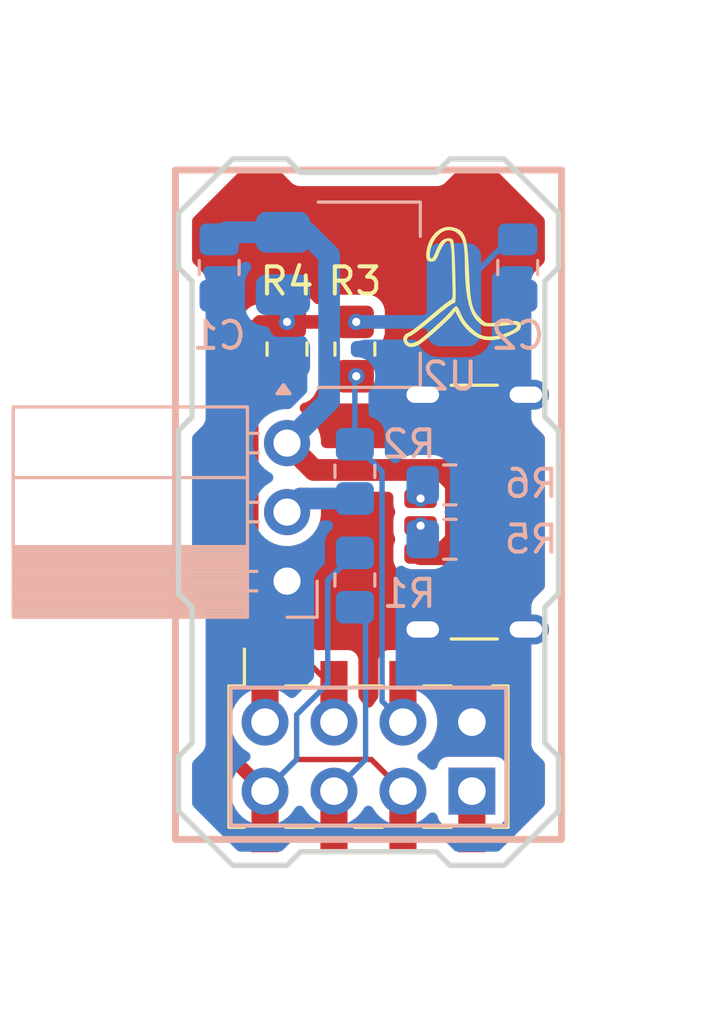
<source format=kicad_pcb>
(kicad_pcb (version 20241229) (generator "pcbnew") (generator_version "9.0")
  (layers (0 "F.Cu" signal) (2 "B.Cu" signal) (13 "F.Paste" user) (15 "B.Paste" user) (5 "F.SilkS" user "F.Silkscreen") (7 "B.SilkS" user "B.Silkscreen") (1 "F.Mask" user) (3 "B.Mask" user) (25 "Edge.Cuts" user))
  (net 0 "")
  (net 1 "GND")
  (net 2 "+5V")
  (net 3 "3V3")
  (net 4 "LED")
  (net 5 "Net-(U1-RST)")
  (net 6 "Net-(U1-GPIO2)")
  (net 7 "Net-(U1-GPIO0)")
  (net 10 "Net-(J3-CC2)")
  (net 11 "Net-(J3-CC1)")
  (footprint "Resistor_SMD:R_0805_2012Metric_Pad1.20x1.40mm_HandSolder" (layer "F.Cu") (at 6.5 7 90)
    (property "Reference" "R3" (at 2.5 0 180) (layer "F.SilkS"))
    (property "Value" "10k" (hide yes))
    (fp_line (start -0.227064 -0.735) (end 0.227064 -0.735) (stroke (width 0.12)) (layer "F.SilkS"))
    (fp_line (start -0.227064 0.735) (end 0.227064 0.735) (stroke (width 0.12)) (layer "F.SilkS"))
    (pad "1" smd roundrect (at -1 0 90) (size 1.2 1.4) (layers "F.Cu" "F.Mask" "F.Paste") (roundrect_rratio 0.208333) (net 6 "Net-(U1-GPIO2)"))
    (pad "2" smd roundrect (at 1 0 90) (size 1.2 1.4) (layers "F.Cu" "F.Mask" "F.Paste") (roundrect_rratio 0.208333) (net 3 "3V3"))
  )
  (footprint "PCM_kikit:Tab" (layer "F.Cu") (at 13.5 19 180)
    (property "Reference" "REF**" (hide yes))
    (property "Value" "Tab" (hide yes))
  )
  (footprint "Connector_USB:USB_C_Receptacle_GCT_USB4125-xx-x_6P_TopMnt_Horizontal" (layer "F.Cu") (at 12 13 90)
    (property "Reference" "J3" (hide yes))
    (property "Value" "USB_C_Receptacle_PowerOnly_6P" (hide yes))
    (fp_line (start 4.67 -0.25) (end 4.67 -1.95) (stroke (width 0.12)) (layer "F.SilkS"))
    (fp_line (start -4.67 -0.25) (end -4.67 -1.95) (stroke (width 0.12)) (layer "F.SilkS"))
    (pad "A5" smd roundrect (at -0.5 -3.08 90) (size 0.7 1.2) (layers "F.Cu" "F.Mask" "F.Paste") (net 11 "Net-(J3-CC1)"))
    (pad "A9" smd roundrect (at 1.52 -3.08 270) (size 0.76 1.2) (layers "F.Cu" "F.Mask" "F.Paste") (net 2 "+5V"))
    (pad "A12" smd roundrect (at 2.75 -3.08 270) (size 0.8 1.2) (layers "F.Cu" "F.Mask" "F.Paste") (net 1 "GND"))
    (pad "B5" smd roundrect (at 0.5 -3.08 270) (size 0.7 1.2) (layers "F.Cu" "F.Mask" "F.Paste") (net 10 "Net-(J3-CC2)"))
    (pad "B9" smd roundrect (at -1.52 -3.08 90) (size 0.76 1.2) (layers "F.Cu" "F.Mask" "F.Paste") (net 2 "+5V"))
    (pad "B12" smd roundrect (at -2.75 -3.08 90) (size 0.8 1.2) (layers "F.Cu" "F.Mask" "F.Paste") (net 1 "GND"))
    (pad "S1" thru_hole oval (at -4.32 -3 90) (size 1.1 1.7) (drill oval 0.6 1.2) (property pad_prop_heatsink) (layers "*.Cu" "*.Mask" "F.Paste") (net 1 "GND"))
    (pad "S1" thru_hole oval (at -4.32 0.8 90) (size 1.1 1.7) (drill oval 0.6 1.2) (property pad_prop_heatsink) (layers "*.Cu" "*.Mask" "F.Paste") (net 1 "GND"))
    (pad "S1" thru_hole oval (at 4.32 -3 90) (size 1.1 1.7) (drill oval 0.6 1.2) (property pad_prop_heatsink) (layers "*.Cu" "*.Mask" "F.Paste") (net 1 "GND"))
    (pad "S1" thru_hole oval (at 4.32 0.8 90) (size 1.1 1.7) (drill oval 0.6 1.2) (property pad_prop_heatsink) (layers "*.Cu" "*.Mask" "F.Paste") (net 1 "GND"))
  )
  (footprint "PCM_kikit:Tab" (layer "F.Cu") (at 13.5 7 180)
    (property "Reference" "REF**" (hide yes))
    (property "Value" "Tab" (hide yes))
  )
  (footprint "Connector_PinSocket_2.54mm:PinSocket_2x04_P2.54mm_Vertical_SMD" (layer "F.Cu") (at 7 22 90)
    (property "Reference" "U1_" (hide yes))
    (property "Value" "PinSocket_2x04_P2.54mm_Vertical_SMD" (hide yes))
    (fp_line (start 2.6 -5.14) (end 2.6 -4.57) (stroke (width 0.12)) (layer "F.SilkS"))
    (fp_line (start -2.6 -5.14) (end 2.6 -5.14) (stroke (width 0.12)) (layer "F.SilkS"))
    (fp_line (start -2.6 -5.14) (end -2.6 -4.57) (stroke (width 0.12)) (layer "F.SilkS"))
    (fp_line (start 2.6 -4.57) (end 3.96 -4.57) (stroke (width 0.12)) (layer "F.SilkS"))
    (fp_line (start 2.6 -3.05) (end 2.6 -2.03) (stroke (width 0.12)) (layer "F.SilkS"))
    (fp_line (start -2.6 -3.05) (end -2.6 -2.03) (stroke (width 0.12)) (layer "F.SilkS"))
    (fp_line (start 2.6 -0.51) (end 2.6 0.51) (stroke (width 0.12)) (layer "F.SilkS"))
    (fp_line (start -2.6 -0.51) (end -2.6 0.51) (stroke (width 0.12)) (layer "F.SilkS"))
    (fp_line (start 2.6 2.03) (end 2.6 3.05) (stroke (width 0.12)) (layer "F.SilkS"))
    (fp_line (start -2.6 2.03) (end -2.6 3.05) (stroke (width 0.12)) (layer "F.SilkS"))
    (fp_line (start 2.6 4.57) (end 2.6 5.14) (stroke (width 0.12)) (layer "F.SilkS"))
    (fp_line (start -2.6 4.57) (end -2.6 5.14) (stroke (width 0.12)) (layer "F.SilkS"))
    (fp_line (start -2.6 5.14) (end 2.6 5.14) (stroke (width 0.12)) (layer "F.SilkS"))
    (pad "1" smd rect (at 2.52 -3.81 90) (size 2 1) (layers "F.Cu" "F.Mask" "F.Paste"))
    (pad "2" smd rect (at -2.52 -3.81 90) (size 2 1) (layers "F.Cu" "F.Mask" "F.Paste") (net 3 "3V3"))
    (pad "3" smd rect (at 2.52 -1.27 90) (size 2 1) (layers "F.Cu" "F.Mask" "F.Paste") (net 7 "Net-(U1-GPIO0)"))
    (pad "4" smd rect (at -2.52 -1.27 90) (size 2 1) (layers "F.Cu" "F.Mask" "F.Paste") (net 5 "Net-(U1-RST)"))
    (pad "5" smd rect (at 2.52 1.27 90) (size 2 1) (layers "F.Cu" "F.Mask" "F.Paste") (net 6 "Net-(U1-GPIO2)"))
    (pad "6" smd rect (at -2.52 1.27 90) (size 2 1) (layers "F.Cu" "F.Mask" "F.Paste") (net 3 "3V3"))
    (pad "7" smd rect (at 2.52 3.81 90) (size 2 1) (layers "F.Cu" "F.Mask" "F.Paste") (net 1 "GND"))
    (pad "8" smd rect (at -2.52 3.81 90) (size 2 1) (layers "F.Cu" "F.Mask" "F.Paste"))
  )
  (footprint "PCM_kikit:Tab" (layer "F.Cu") (at 7 25.5 90)
    (property "Reference" "REF**" (hide yes))
    (property "Value" "Tab" (hide yes))
  )
  (footprint "PCM_kikit:Tab" (layer "F.Cu") (at 0.5 19)
    (property "Reference" "REF**" (hide yes))
    (property "Value" "Tab" (hide yes))
  )
  (footprint "Resistor_SMD:R_0805_2012Metric_Pad1.20x1.40mm_HandSolder" (layer "F.Cu") (at 4 7 90)
    (property "Reference" "R4" (at 2.5 0 180) (layer "F.SilkS"))
    (property "Value" "10k" (hide yes))
    (fp_line (start -0.227064 -0.735) (end 0.227064 -0.735) (stroke (width 0.12)) (layer "F.SilkS"))
    (fp_line (start -0.227064 0.735) (end 0.227064 0.735) (stroke (width 0.12)) (layer "F.SilkS"))
    (pad "1" smd roundrect (at -1 0 90) (size 1.2 1.4) (layers "F.Cu" "F.Mask" "F.Paste") (roundrect_rratio 0.208333) (net 7 "Net-(U1-GPIO0)"))
    (pad "2" smd roundrect (at 1 0 90) (size 1.2 1.4) (layers "F.Cu" "F.Mask" "F.Paste") (roundrect_rratio 0.208333) (net 3 "3V3"))
  )
  (footprint "PCM_kikit:Tab" (layer "F.Cu") (at 7 0.5 -90)
    (property "Reference" "REF**" (hide yes))
    (property "Value" "Tab" (hide yes))
  )
  (footprint "PCM_kikit:Tab" (layer "F.Cu") (at 0.5 7)
    (property "Reference" "REF**" (hide yes))
    (property "Value" "Tab" (hide yes))
  )
  (footprint "ESP8266:ESP-01" (layer "B.Cu") (at 10.81 23.27 90)
    (property "Reference" "U1" (hide yes))
    (property "Value" "ESP-01v090" (hide yes))
    (fp_line (start 22.86 -10.922) (end -1.778 -10.922) (stroke (width 0.254)) (layer "B.SilkS"))
    (fp_line (start -1.778 -10.922) (end -1.778 3.302) (stroke (width 0.254)) (layer "B.SilkS"))
    (fp_line (start 3.81 -8.89) (end 3.81 1.27) (stroke (width 0.1524)) (layer "B.SilkS"))
    (fp_line (start -1.27 -8.89) (end 3.81 -8.89) (stroke (width 0.1524)) (layer "B.SilkS"))
    (fp_line (start -1.27 -1.27) (end -1.27 -8.89) (stroke (width 0.1524)) (layer "B.SilkS"))
    (fp_line (start 3.81 1.27) (end 1.27 1.27) (stroke (width 0.1524)) (layer "B.SilkS"))
    (fp_line (start 1.27 1.27) (end -1.27 1.27) (stroke (width 0.1524)) (layer "B.SilkS"))
    (fp_line (start -1.27 1.27) (end -1.27 -1.27) (stroke (width 0.1524)) (layer "B.SilkS"))
    (fp_line (start 22.86 3.302) (end 22.86 -10.922) (stroke (width 0.254)) (layer "B.SilkS"))
    (fp_line (start -1.778 3.302) (end 22.86 3.302) (stroke (width 0.254)) (layer "B.SilkS"))
    (pad "1" thru_hole rect (at 0 0 90) (size 1.7272 1.7272) (drill 1.016) (layers "*.Cu" "*.Mask"))
    (pad "2" thru_hole oval (at 2.54 0 90) (size 1.7272 1.7272) (drill 1.016) (layers "*.Cu" "*.Mask") (net 1 "GND"))
    (pad "3" thru_hole oval (at 0 -2.54 90) (size 1.7272 1.7272) (drill 1.016) (layers "*.Cu" "*.Mask") (net 3 "3V3"))
    (pad "4" thru_hole oval (at 2.54 -2.54 90) (size 1.7272 1.7272) (drill 1.016) (layers "*.Cu" "*.Mask") (net 6 "Net-(U1-GPIO2)"))
    (pad "5" thru_hole oval (at 0 -5.08 90) (size 1.7272 1.7272) (drill 1.016) (layers "*.Cu" "*.Mask") (net 5 "Net-(U1-RST)"))
    (pad "6" thru_hole oval (at 2.54 -5.08 90) (size 1.7272 1.7272) (drill 1.016) (layers "*.Cu" "*.Mask") (net 7 "Net-(U1-GPIO0)"))
    (pad "7" thru_hole oval (at 0 -7.62 90) (size 1.7272 1.7272) (drill 1.016) (layers "*.Cu" "*.Mask") (net 3 "3V3"))
    (pad "8" thru_hole oval (at 2.54 -7.62 90) (size 1.7272 1.7272) (drill 1.016) (layers "*.Cu" "*.Mask"))
  )
  (footprint "Resistor_SMD:R_0805_2012Metric_Pad1.20x1.40mm_HandSolder" (layer "B.Cu") (at 10 12)
    (property "Reference" "R6" (at 3 -0.05 0) (layer "B.SilkS") (effects (justify mirror)))
    (property "Value" "5.1k")
    (fp_line (start -0.227064 -0.735) (end 0.227064 -0.735) (stroke (width 0.12)) (layer "B.SilkS"))
    (fp_line (start -0.227064 0.735) (end 0.227064 0.735) (stroke (width 0.12)) (layer "B.SilkS"))
    (pad "1" smd roundrect (at -1 0) (size 1.2 1.4) (layers "B.Cu" "B.Mask" "B.Paste") (roundrect_rratio 0.208333) (net 10 "Net-(J3-CC2)"))
    (pad "2" smd roundrect (at 1 0) (size 1.2 1.4) (layers "B.Cu" "B.Mask" "B.Paste") (roundrect_rratio 0.208333) (net 1 "GND"))
  )
  (footprint "Connector_PinSocket_2.54mm:PinSocket_1x03_P2.54mm_Horizontal" (layer "B.Cu") (at 4 15.54)
    (property "Reference" "J1" (hide yes))
    (property "Value" "~" (hide yes))
    (fp_line (start -10.09 -6.41) (end -1.46 -6.41) (stroke (width 0.12)) (layer "B.SilkS"))
    (fp_line (start -10.09 -3.81) (end -1.46 -3.81) (stroke (width 0.12)) (layer "B.SilkS"))
    (fp_line (start -10.09 -1.27) (end -1.46 -1.27) (stroke (width 0.12)) (layer "B.SilkS"))
    (fp_line (start -10.09 -1.1519) (end -1.46 -1.1519) (stroke (width 0.12)) (layer "B.SilkS"))
    (fp_line (start -10.09 -1.033805) (end -1.46 -1.033805) (stroke (width 0.12)) (layer "B.SilkS"))
    (fp_line (start -10.09 -0.91571) (end -1.46 -0.91571) (stroke (width 0.12)) (layer "B.SilkS"))
    (fp_line (start -10.09 -0.797615) (end -1.46 -0.797615) (stroke (width 0.12)) (layer "B.SilkS"))
    (fp_line (start -10.09 -0.67952) (end -1.46 -0.67952) (stroke (width 0.12)) (layer "B.SilkS"))
    (fp_line (start -10.09 -0.561425) (end -1.46 -0.561425) (stroke (width 0.12)) (layer "B.SilkS"))
    (fp_line (start -10.09 -0.44333) (end -1.46 -0.44333) (stroke (width 0.12)) (layer "B.SilkS"))
    (fp_line (start -10.09 -0.325235) (end -1.46 -0.325235) (stroke (width 0.12)) (layer "B.SilkS"))
    (fp_line (start -10.09 -0.20714) (end -1.46 -0.20714) (stroke (width 0.12)) (layer "B.SilkS"))
    (fp_line (start -10.09 -0.089045) (end -1.46 -0.089045) (stroke (width 0.12)) (layer "B.SilkS"))
    (fp_line (start -10.09 0.02905) (end -1.46 0.02905) (stroke (width 0.12)) (layer "B.SilkS"))
    (fp_line (start -10.09 0.147145) (end -1.46 0.147145) (stroke (width 0.12)) (layer "B.SilkS"))
    (fp_line (start -10.09 0.26524) (end -1.46 0.26524) (stroke (width 0.12)) (layer "B.SilkS"))
    (fp_line (start -10.09 0.383335) (end -1.46 0.383335) (stroke (width 0.12)) (layer "B.SilkS"))
    (fp_line (start -10.09 0.50143) (end -1.46 0.50143) (stroke (width 0.12)) (layer "B.SilkS"))
    (fp_line (start -10.09 0.619525) (end -1.46 0.619525) (stroke (width 0.12)) (layer "B.SilkS"))
    (fp_line (start -10.09 0.73762) (end -1.46 0.73762) (stroke (width 0.12)) (layer "B.SilkS"))
    (fp_line (start -10.09 0.855715) (end -1.46 0.855715) (stroke (width 0.12)) (layer "B.SilkS"))
    (fp_line (start -10.09 0.97381) (end -1.46 0.97381) (stroke (width 0.12)) (layer "B.SilkS"))
    (fp_line (start -10.09 1.091905) (end -1.46 1.091905) (stroke (width 0.12)) (layer "B.SilkS"))
    (fp_line (start -10.09 1.21) (end -1.46 1.21) (stroke (width 0.12)) (layer "B.SilkS"))
    (fp_line (start -10.09 1.33) (end -10.09 -6.41) (stroke (width 0.12)) (layer "B.SilkS"))
    (fp_line (start -10.09 1.33) (end -1.46 1.33) (stroke (width 0.12)) (layer "B.SilkS"))
    (fp_line (start -1.46 -5.44) (end -1.05 -5.44) (stroke (width 0.12)) (layer "B.SilkS"))
    (fp_line (start -1.46 -4.72) (end -1.05 -4.72) (stroke (width 0.12)) (layer "B.SilkS"))
    (fp_line (start -1.46 -2.9) (end -1.05 -2.9) (stroke (width 0.12)) (layer "B.SilkS"))
    (fp_line (start -1.46 -2.18) (end -1.05 -2.18) (stroke (width 0.12)) (layer "B.SilkS"))
    (fp_line (start -1.46 -0.36) (end -1.11 -0.36) (stroke (width 0.12)) (layer "B.SilkS"))
    (fp_line (start -1.46 0.36) (end -1.11 0.36) (stroke (width 0.12)) (layer "B.SilkS"))
    (fp_line (start -1.46 1.33) (end -1.46 -6.41) (stroke (width 0.12)) (layer "B.SilkS"))
    (fp_line (start 0 1.33) (end 1.11 1.33) (stroke (width 0.12)) (layer "B.SilkS"))
    (fp_line (start 1.11 1.33) (end 1.11 0) (stroke (width 0.12)) (layer "B.SilkS"))
    (pad "1" thru_hole rect (at 0 0) (size 1.7 1.7) (drill 1) (layers "*.Cu" "*.Mask") (net 1 "GND"))
    (pad "2" thru_hole oval (at 0 -2.54) (size 1.7 1.7) (drill 1) (layers "*.Cu" "*.Mask") (net 4 "LED"))
    (pad "3" thru_hole oval (at 0 -5.08) (size 1.7 1.7) (drill 1) (layers "*.Cu" "*.Mask") (net 2 "+5V"))
  )
  (footprint "Resistor_SMD:R_0805_2012Metric_Pad1.20x1.40mm_HandSolder" (layer "B.Cu") (at 6.5 15.5 -90)
    (property "Reference" "R1" (at 0.5 -2 180) (layer "B.SilkS") (effects (justify mirror)))
    (property "Value" "10k" (hide yes))
    (fp_line (start -0.227064 0.735) (end 0.227064 0.735) (stroke (width 0.12)) (layer "B.SilkS"))
    (fp_line (start -0.227064 -0.735) (end 0.227064 -0.735) (stroke (width 0.12)) (layer "B.SilkS"))
    (pad "1" smd roundrect (at -1 0 270) (size 1.2 1.4) (layers "B.Cu" "B.Mask" "B.Paste") (roundrect_rratio 0.208333) (net 3 "3V3"))
    (pad "2" smd roundrect (at 1 0 270) (size 1.2 1.4) (layers "B.Cu" "B.Mask" "B.Paste") (roundrect_rratio 0.208333) (net 5 "Net-(U1-RST)"))
  )
  (footprint "Resistor_SMD:R_0805_2012Metric_Pad1.20x1.40mm_HandSolder" (layer "B.Cu") (at 10 14)
    (property "Reference" "R5" (at 3 0 0) (layer "B.SilkS") (effects (justify mirror)))
    (property "Value" "5.1k")
    (fp_line (start -0.227064 -0.735) (end 0.227064 -0.735) (stroke (width 0.12)) (layer "B.SilkS"))
    (fp_line (start -0.227064 0.735) (end 0.227064 0.735) (stroke (width 0.12)) (layer "B.SilkS"))
    (pad "1" smd roundrect (at -1 0) (size 1.2 1.4) (layers "B.Cu" "B.Mask" "B.Paste") (roundrect_rratio 0.208333) (net 11 "Net-(J3-CC1)"))
    (pad "2" smd roundrect (at 1 0) (size 1.2 1.4) (layers "B.Cu" "B.Mask" "B.Paste") (roundrect_rratio 0.208333) (net 1 "GND"))
  )
  (footprint "Capacitor_SMD:C_0805_2012Metric_Pad1.18x1.45mm_HandSolder" (layer "B.Cu") (at 12.5 4 -90)
    (property "Reference" "C2" (at 2.5 0 0) (layer "B.SilkS") (effects (justify mirror)))
    (property "Value" "22uF" (hide yes))
    (fp_line (start -0.261252 0.735) (end 0.261252 0.735) (stroke (width 0.12)) (layer "B.SilkS"))
    (fp_line (start -0.261252 -0.735) (end 0.261252 -0.735) (stroke (width 0.12)) (layer "B.SilkS"))
    (pad "1" smd roundrect (at -1.0375 0 270) (size 1.175 1.45) (layers "B.Cu" "B.Mask" "B.Paste") (roundrect_rratio 0.212766) (net 3 "3V3"))
    (pad "2" smd roundrect (at 1.0375 0 270) (size 1.175 1.45) (layers "B.Cu" "B.Mask" "B.Paste") (roundrect_rratio 0.212766) (net 1 "GND"))
  )
  (footprint "Resistor_SMD:R_0805_2012Metric_Pad1.20x1.40mm_HandSolder" (layer "B.Cu") (at 6.5 11.5 -90)
    (property "Reference" "R2" (at -1 -2 0) (layer "B.SilkS") (effects (justify mirror)))
    (property "Value" "120" (hide yes))
    (fp_line (start -0.227064 0.735) (end 0.227064 0.735) (stroke (width 0.12)) (layer "B.SilkS"))
    (fp_line (start -0.227064 -0.735) (end 0.227064 -0.735) (stroke (width 0.12)) (layer "B.SilkS"))
    (pad "1" smd roundrect (at -1 0 270) (size 1.2 1.4) (layers "B.Cu" "B.Mask" "B.Paste") (roundrect_rratio 0.208333) (net 6 "Net-(U1-GPIO2)"))
    (pad "2" smd roundrect (at 1 0 270) (size 1.2 1.4) (layers "B.Cu" "B.Mask" "B.Paste") (roundrect_rratio 0.208333) (net 4 "LED"))
  )
  (footprint "Capacitor_SMD:C_0805_2012Metric_Pad1.18x1.45mm_HandSolder" (layer "B.Cu") (at 1.5 4 -90)
    (property "Reference" "C1" (at 2.5 0 0) (layer "B.SilkS") (effects (justify mirror)))
    (property "Value" "22uF" (hide yes))
    (fp_line (start -0.261252 0.735) (end 0.261252 0.735) (stroke (width 0.12)) (layer "B.SilkS"))
    (fp_line (start -0.261252 -0.735) (end 0.261252 -0.735) (stroke (width 0.12)) (layer "B.SilkS"))
    (pad "1" smd roundrect (at -1.0375 0 270) (size 1.175 1.45) (layers "B.Cu" "B.Mask" "B.Paste") (roundrect_rratio 0.212766) (net 2 "+5V"))
    (pad "2" smd roundrect (at 1.0375 0 270) (size 1.175 1.45) (layers "B.Cu" "B.Mask" "B.Paste") (roundrect_rratio 0.212766) (net 1 "GND"))
  )
  (footprint "Package_TO_SOT_SMD:SOT-223-3_TabPin2" (layer "B.Cu") (at 7 5)
    (property "Reference" "U2" (at 3 3 0) (layer "B.SilkS") (effects (justify mirror)))
    (property "Value" "AMS1117-3.3" (hide yes))
    (fp_line (start -1.85 -3.41) (end 1.91 -3.41) (stroke (width 0.12)) (layer "B.SilkS"))
    (fp_line (start -1.85 3.41) (end 1.91 3.41) (stroke (width 0.12)) (layer "B.SilkS"))
    (fp_line (start 1.91 -3.41) (end 1.91 -2.15) (stroke (width 0.12)) (layer "B.SilkS"))
    (fp_line (start 1.91 3.41) (end 1.91 2.15) (stroke (width 0.12)) (layer "B.SilkS"))
    (fp_poly (pts (xy -3.13 3.31) (xy -3.37 3.64) (xy -2.89 3.64) (xy -3.13 3.31)) (stroke (width 0.12)) (fill yes) (layer "B.SilkS"))
    (pad "1" smd roundrect (at -3.15 2.3) (size 2 1.5) (layers "B.Cu" "B.Mask" "B.Paste") (net 1 "GND"))
    (pad "2" smd roundrect (at -3.15 0) (size 2 1.5) (layers "B.Cu" "B.Mask" "B.Paste") (net 3 "3V3"))
    (pad "2" smd roundrect (at 3.15 0) (size 2 3.8) (layers "B.Cu" "B.Mask" "B.Paste") (net 3 "3V3"))
    (pad "3" smd roundrect (at -3.15 -2.3) (size 2 1.5) (layers "B.Cu" "B.Mask" "B.Paste") (net 2 "+5V"))
  )
  (gr_poly (pts (xy 10 2.5) (xy 10.041087 2.503397) (xy 10.082274 2.50959) (xy 10.123496 2.518638) (xy 10.164123 2.529605) (xy 10.20268 2.5414) (xy 10.239229 2.554196) (xy 10.27383 2.568165) (xy 10.306547 2.583479) (xy 10.33744 2.600313) (xy 10.366573 2.618837) (xy 10.394007 2.639226) (xy 10.419804 2.661652) (xy 10.444026 2.686288) (xy 10.466734 2.713306) (xy 10.487991 2.74288) (xy 10.507859 2.775181) (xy 10.5264 2.810383) (xy 10.543675 2.848659) (xy 10.559747 2.890181) (xy 10.574678 2.935122) (xy 10.588529 2.983655) (xy 10.601362 3.035952) (xy 10.613239 3.092187) (xy 10.624223 3.152532) (xy 10.634375 3.21716) (xy 10.643758 3.286243) (xy 10.652432 3.359955) (xy 10.660461 3.438468) (xy 10.667905 3.521955) (xy 10.68129 3.704541) (xy 10.693082 3.909097) (xy 10.703778 4.137003) (xy 10.723833 4.538482) (xy 10.747754 4.864849) (xy 10.762004 5.003334) (xy 10.778229 5.127203) (xy 10.796765 5.237844) (xy 10.817948 5.336645) (xy 10.842116 5.424993) (xy 10.869603 5.504276) (xy 10.900746 5.57588) (xy 10.935882 5.641195) (xy 10.975346 5.701607) (xy 11.019475 5.758504) (xy 11.068605 5.813273) (xy 11.123072 5.867303) (xy 11.158508 5.900704) (xy 11.190058 5.929912) (xy 11.218481 5.955162) (xy 11.244535 5.976688) (xy 11.256911 5.986128) (xy 11.268979 5.994726) (xy 11.280834 6.00251) (xy 11.292571 6.009511) (xy 11.304285 6.015757) (xy 11.31607 6.021277) (xy 11.328021 6.026102) (xy 11.340234 6.030261) (xy 11.352802 6.033783) (xy 11.365821 6.036697) (xy 11.379386 6.039032) (xy 11.39359 6.040819) (xy 11.40853 6.042087) (xy 11.4243 6.042864) (xy 11.440995 6.043181) (xy 11.458709 6.043066) (xy 11.497575 6.04166) (xy 11.541657 6.038882) (xy 11.648503 6.030147) (xy 11.794801 6.016812) (xy 11.95381 6.001073) (xy 12.106344 5.984894) (xy 12.233218 5.970241) (xy 12.286212 5.964715) (xy 12.335032 5.961709) (xy 12.379731 5.961257) (xy 12.420364 5.963391) (xy 12.456986 5.968145) (xy 12.47381 5.971515) (xy 12.489651 5.975553) (xy 12.504517 5.980262) (xy 12.518414 5.985648) (xy 12.531349 5.991714) (xy 12.543329 5.998465) (xy 12.554361 6.005904) (xy 12.564451 6.014036) (xy 12.573607 6.022865) (xy 12.581834 6.032396) (xy 12.589141 6.042632) (xy 12.595533 6.053577) (xy 12.601018 6.065237) (xy 12.605602 6.077614) (xy 12.609292 6.090714) (xy 12.612095 6.104541) (xy 12.614019 6.119098) (xy 12.615068 6.13439) (xy 12.615251 6.150421) (xy 12.614575 6.167195) (xy 12.610669 6.20299) (xy 12.60926 6.210778) (xy 12.607371 6.218505) (xy 12.604986 6.226182) (xy 12.602092 6.233819) (xy 12.598675 6.241428) (xy 12.594721 6.249019) (xy 12.590215 6.256603) (xy 12.585144 6.264191) (xy 12.579493 6.271794) (xy 12.573248 6.279423) (xy 12.566395 6.287089) (xy 12.55892 6.294802) (xy 12.550809 6.302574) (xy 12.542048 6.310415) (xy 12.532622 6.318337) (xy 12.522518 6.32635) (xy 12.511722 6.334465) (xy 12.500219 6.342692) (xy 12.475036 6.359531) (xy 12.446856 6.376951) (xy 12.415568 6.395042) (xy 12.381059 6.413889) (xy 12.343214 6.43358) (xy 12.301922 6.454202) (xy 12.257069 6.475842) (xy 12.184638 6.508852) (xy 12.112578 6.538882) (xy 12.040975 6.565921) (xy 11.969911 6.589956) (xy 11.899471 6.610972) (xy 11.829737 6.628959) (xy 11.760794 6.643903) (xy 11.692724 6.655791) (xy 11.625613 6.66461) (xy 11.559543 6.670347) (xy 11.494598 6.672991) (xy 11.430862 6.672527) (xy 11.368418 6.668943) (xy 11.30735 6.662227) (xy 11.247742 6.652365) (xy 11.189677 6.639345) (xy 11.133276 6.622359) (xy 11.07575 6.600028) (xy 11.017449 6.572661) (xy 10.958726 6.540567) (xy 10.89993 6.504053) (xy 10.841412 6.463429) (xy 10.783523 6.419003) (xy 10.726613 6.371085) (xy 10.671034 6.319983) (xy 10.617135 6.266005) (xy 10.565268 6.20946) (xy 10.515783 6.150657) (xy 10.469031 6.089905) (xy 10.425362 6.027512) (xy 10.385128 5.963787) (xy 10.348678 5.899038) (xy 10.194569 5.607479) (xy 10.099381 5.744301) (xy 10.068495 5.783043) (xy 10.021323 5.834684) (xy 9.886793 5.96899) (xy 9.71313 6.131865) (xy 9.517677 6.307955) (xy 9.317775 6.481906) (xy 9.130766 6.638365) (xy 8.97399 6.761977) (xy 8.912359 6.806668) (xy 8.86479 6.83739) (xy 8.82351 6.859862) (xy 8.782891 6.879045) (xy 8.74304 6.894946) (xy 8.70406 6.907571) (xy 8.666057 6.916926) (xy 8.629134 6.923018) (xy 8.593396 6.925852) (xy 8.558949 6.925436) (xy 8.542242 6.924011) (xy 8.525896 6.921775) (xy 8.509925 6.91873) (xy 8.494342 6.914877) (xy 8.47916 6.910215) (xy 8.464392 6.904746) (xy 8.450052 6.898471) (xy 8.436151 6.89139) (xy 8.422704 6.883504) (xy 8.409723 6.874815) (xy 8.397222 6.865322) (xy 8.385213 6.855027) (xy 8.373709 6.84393) (xy 8.362725 6.832032) (xy 8.352272 6.819334) (xy 8.342364 6.805837) (xy 8.342364 6.805838) (xy 8.332153 6.790355) (xy 8.322918 6.774806) (xy 8.314653 6.759214) (xy 8.307348 6.743606) (xy 8.300998 6.728005) (xy 8.295595 6.712438) (xy 8.291131 6.696927) (xy 8.287599 6.6815) (xy 8.284991 6.666179) (xy 8.284279 6.659787) (xy 8.422131 6.659787) (xy 8.422234 6.668521) (xy 8.422956 6.677207) (xy 8.424307 6.685817) (xy 8.426299 6.694321) (xy 8.428942 6.702689) (xy 8.432247 6.71089) (xy 8.436226 6.718895) (xy 8.440889 6.726675) (xy 8.446247 6.734198) (xy 8.452311 6.741435) (xy 8.459093 6.748357) (xy 8.467019 6.755127) (xy 8.475649 6.761138) (xy 8.484956 6.766398) (xy 8.494912 6.770913) (xy 8.505491 6.77469) (xy 8.516666 6.777737) (xy 8.52841 6.780061) (xy 8.540695 6.781669) (xy 8.553495 6.782569) (xy 8.566782 6.782767) (xy 8.58053 6.78227) (xy 8.594711 6.781086) (xy 8.609299 6.779222) (xy 8.624266 6.776685) (xy 8.65523 6.769622) (xy 8.687387 6.759952) (xy 8.720521 6.747734) (xy 8.754416 6.733026) (xy 8.788855 6.715883) (xy 8.823621 6.696365) (xy 8.8585 6.674527) (xy 8.893274 6.650428) (xy 8.927726 6.624124) (xy 9.084659 6.495306) (xy 9.250948 6.353145) (xy 9.419445 6.204258) (xy 9.583 6.055258) (xy 9.734465 5.912762) (xy 9.866691 5.783384) (xy 9.972528 5.67374) (xy 10.013317 5.628385) (xy 10.044828 5.590445) (xy 10.060009 5.571505) (xy 10.07533 5.553275) (xy 10.090688 5.535841) (xy 10.10598 5.519291) (xy 10.121101 5.50371) (xy 10.135949 5.489185) (xy 10.15042 5.475805) (xy 10.164411 5.463654) (xy 10.177818 5.45282) (xy 10.190537 5.44339) (xy 10.202465 5.435451) (xy 10.2135 5.429089) (xy 10.223536 5.424392) (xy 10.232472 5.421445) (xy 10.236494 5.420656) (xy 10.240203 5.420336) (xy 10.243584 5.420498) (xy 10.246625 5.421152) (xy 10.249612 5.422398) (xy 10.252833 5.424315) (xy 10.256277 5.426885) (xy 10.259933 5.430092) (xy 10.263792 5.433915) (xy 10.267844 5.438338) (xy 10.276482 5.448908) (xy 10.285767 5.461657) (xy 10.295614 5.47644) (xy 10.305944 5.493111) (xy 10.316672 5.511526) (xy 10.327717 5.53154) (xy 10.338997 5.553007) (xy 10.35043 5.575783) (xy 10.361932 5.599721) (xy 10.373423 5.624677) (xy 10.384819 5.650507) (xy 10.396039 5.677064) (xy 10.407001 5.704203) (xy 10.420664 5.737129) (xy 10.435671 5.770063) (xy 10.452013 5.802993) (xy 10.469681 5.835907) (xy 10.488665 5.868793) (xy 10.508957 5.901636) (xy 10.530547 5.934425) (xy 10.553427 5.967148) (xy 10.577587 5.999791) (xy 10.603019 6.032342) (xy 10.629712 6.064788) (xy 10.657659 6.097117) (xy 10.68685 6.129316) (xy 10.717275 6.161373) (xy 10.748927 6.193274) (xy 10.781795 6.225008) (xy 10.835665 6.274566) (xy 10.887504 6.319278) (xy 10.937771 6.359303) (xy 10.986927 6.394797) (xy 11.035431 6.425917) (xy 11.083741 6.45282) (xy 11.132318 6.475665) (xy 11.15685 6.485614) (xy 11.181621 6.494607) (xy 11.206688 6.502664) (xy 11.232109 6.509804) (xy 11.284242 6.521414) (xy 11.338479 6.529593) (xy 11.39528 6.534499) (xy 11.455104 6.536289) (xy 11.51841 6.53512) (xy 11.585659 6.531149) (xy 11.657309 6.524533) (xy 11.717275 6.516219) (xy 11.780668 6.50392) (xy 11.846482 6.488085) (xy 11.913709 6.469163) (xy 11.981343 6.447603) (xy 12.048378 6.423853) (xy 12.113807 6.398362) (xy 12.176622 6.371581) (xy 12.235817 6.343956) (xy 12.290386 6.315938) (xy 12.339322 6.287974) (xy 12.381618 6.260515) (xy 12.416267 6.234009) (xy 12.442263 6.208905) (xy 12.451701 6.197018) (xy 12.458598 6.185651) (xy 12.462829 6.174859) (xy 12.464267 6.164697) (xy 12.464154 6.157986) (xy 12.463786 6.151675) (xy 12.463126 6.145757) (xy 12.462134 6.140229) (xy 12.460771 6.135085) (xy 12.458997 6.130319) (xy 12.456774 6.125927) (xy 12.454062 6.121905) (xy 12.452511 6.12003) (xy 12.450823 6.118245) (xy 12.448993 6.116551) (xy 12.447016 6.114945) (xy 12.444888 6.113427) (xy 12.442604 6.111998) (xy 12.437546 6.109399) (xy 12.431804 6.107144) (xy 12.425338 6.105228) (xy 12.41811 6.103644) (xy 12.410079 6.102389) (xy 12.401208 6.101457) (xy 12.391456 6.100843) (xy 12.380785 6.100542) (xy 12.369155 6.100549) (xy 12.356527 6.100859) (xy 12.342863 6.101467) (xy 12.328122 6.102368) (xy 12.312267 6.103556) (xy 12.295257 6.105027) (xy 12.277053 6.106775) (xy 12.236908 6.111084) (xy 12.19152 6.116443) (xy 12.140574 6.12281) (xy 12.06953 6.131145) (xy 11.991614 6.139017) (xy 11.909364 6.146248) (xy 11.825316 6.152658) (xy 11.742009 6.158069) (xy 11.66198 6.1623) (xy 11.587766 6.165172) (xy 11.521906 6.166507) (xy 11.431294 6.166285) (xy 11.392579 6.165115) (xy 11.357581 6.163004) (xy 11.325793 6.159776) (xy 11.296706 6.155255) (xy 11.269813 6.149264) (xy 11.244606 6.141627) (xy 11.220577 6.132167) (xy 11.197219 6.120709) (xy 11.174023 6.107076) (xy 11.150482 6.091091) (xy 11.126089 6.072579) (xy 11.100335 6.051363) (xy 11.072712 6.027267) (xy 11.042713 6.000114) (xy 11.011085 5.969613) (xy 10.980609 5.937121) (xy 10.951274 5.902591) (xy 10.92307 5.865976) (xy 10.895986 5.827229) (xy 10.870012 5.786303) (xy 10.845138 5.74315) (xy 10.821352 5.697725) (xy 10.798645 5.649981) (xy 10.777005 5.599869) (xy 10.736886 5.492359) (xy 10.700912 5.374819) (xy 10.668998 5.246874) (xy 10.641059 5.108149) (xy 10.617013 4.958269) (xy 10.596774 4.796858) (xy 10.580258 4.62354) (xy 10.567382 4.437942) (xy 10.55806 4.239686) (xy 10.552208 4.028399) (xy 10.549743 3.803704) (xy 10.545673 3.582563) (xy 10.54106 3.483865) (xy 10.534602 3.392586) (xy 10.526204 3.308355) (xy 10.515771 3.230803) (xy 10.50321 3.159556) (xy 10.488425 3.094245) (xy 10.471322 3.034497) (xy 10.451806 2.979943) (xy 10.429782 2.930209) (xy 10.405157 2.884927) (xy 10.377834 2.843724) (xy 10.34772 2.806228) (xy 10.31472 2.77207) (xy 10.278739 2.740878) (xy 10.250267 2.719473) (xy 10.22146 2.700263) (xy 10.192354 2.683233) (xy 10.162986 2.668369) (xy 10.133395 2.655658) (xy 10.103616 2.645086) (xy 10.073687 2.636638) (xy 10.043645 2.630302) (xy 10.013527 2.626063) (xy 9.98337 2.623907) (xy 9.953211 2.62382) (xy 9.923087 2.625789) (xy 9.893035 2.629799) (xy 9.863092 2.635837) (xy 9.833295 2.64389) (xy 9.803681 2.653942) (xy 9.774288 2.66598) (xy 9.745152 2.679991) (xy 9.71631 2.69596) (xy 9.687799 2.713874) (xy 9.659657 2.733719) (xy 9.63192 2.75548) (xy 9.604626 2.779145) (xy 9.577812 2.804698) (xy 9.551513 2.832127) (xy 9.525769 2.861417) (xy 9.500615 2.892555) (xy 9.476089 2.925526) (xy 9.452227 2.960317) (xy 9.429068 2.996914) (xy 9.406647 3.035303) (xy 9.385001 3.075471) (xy 9.36058 3.12585) (xy 9.338695 3.17736) (xy 9.319404 3.229372) (xy 9.302764 3.281259) (xy 9.288835 3.332392) (xy 9.277672 3.382143) (xy 9.269334 3.429882) (xy 9.263878 3.474983) (xy 9.261362 3.516815) (xy 9.261844 3.554752) (xy 9.265381 3.588164) (xy 9.27203 3.616423) (xy 9.27654 3.628424) (xy 9.28185 3.638901) (xy 9.287967 3.647775) (xy 9.294898 3.654969) (xy 9.302651 3.660403) (xy 9.311232 3.663999) (xy 9.320649 3.665678) (xy 9.330909 3.665362) (xy 9.333682 3.664718) (xy 9.336653 3.663464) (xy 9.339813 3.661618) (xy 9.343153 3.659194) (xy 9.346665 3.656208) (xy 9.350338 3.652676) (xy 9.354165 3.648613) (xy 9.358135 3.644036) (xy 9.36647 3.6334) (xy 9.375271 3.620893) (xy 9.384465 3.606641) (xy 9.393979 3.590769) (xy 9.403741 3.573404) (xy 9.413678 3.554669) (xy 9.423716 3.534691) (xy 9.433784 3.513596) (xy 9.443808 3.491508) (xy 9.453715 3.468554) (xy 9.463433 3.444859) (xy 9.472889 3.420548) (xy 9.49297 3.370176) (xy 9.515499 3.318354) (xy 9.539712 3.266561) (xy 9.564844 3.216277) (xy 9.590132 3.168981) (xy 9.61481 3.126153) (xy 9.638113 3.089273) (xy 9.649011 3.073526) (xy 9.659279 3.05982) (xy 9.671133 3.045628) (xy 9.683802 3.032134) (xy 9.697223 3.019346) (xy 9.71133 3.007273) (xy 9.726059 2.995925) (xy 9.741345 2.985309) (xy 9.757124 2.975435) (xy 9.773332 2.966313) (xy 9.789904 2.95795) (xy 9.806776 2.950355) (xy 9.823883 2.943538) (xy 9.841161 2.937508) (xy 9.875971 2.927842) (xy 9.893374 2.924224) (xy 9.91069 2.921429) (xy 9.927855 2.919464) (xy 9.944803 2.918339) (xy 9.961471 2.918063) (xy 9.977795 2.918644) (xy 9.993709 2.920092) (xy 10.009149 2.922416) (xy 10.02405 2.925624) (xy 10.038349 2.929725) (xy 10.051981 2.934728) (xy 10.064881 2.940642) (xy 10.076985 2.947476) (xy 10.088229 2.955239) (xy 10.098547 2.96394) (xy 10.107876 2.973587) (xy 10.116151 2.98419) (xy 10.123307 2.995757) (xy 10.128378 3.010556) (xy 10.133602 3.036278) (xy 10.138939 3.072309) (xy 10.144349 3.118031) (xy 10.155231 3.236083) (xy 10.16593 3.385501) (xy 10.17613 3.561355) (xy 10.185514 3.758712) (xy 10.193765 3.97264) (xy 10.200567 4.198207) (xy 10.214057 4.806812) (xy 10.215046 5.003318) (xy 10.211475 5.141433) (xy 10.20781 5.191753) (xy 10.2028 5.231264) (xy 10.196379 5.261232) (xy 10.188479 5.282917) (xy 10.179031 5.297585) (xy 10.167967 5.306498) (xy 10.155221 5.31092) (xy 10.140724 5.312113) (xy 10.135264 5.312883) (xy 10.128074 5.315169) (xy 10.108705 5.324137) (xy 10.083019 5.338715) (xy 10.051418 5.3586) (xy 10.014304 5.383491) (xy 9.972078 5.413085) (xy 9.873899 5.485175) (xy 9.760094 5.572455) (xy 9.633878 5.672507) (xy 9.498466 5.782915) (xy 9.357071 5.901263) (xy 9.215063 6.020186) (xy 9.077894 6.132243) (xy 8.948901 6.234902) (xy 8.831422 6.325632) (xy 8.728793 6.401899) (xy 8.644354 6.461172) (xy 8.581439 6.500918) (xy 8.559097 6.512678) (xy 8.543388 6.518606) (xy 8.533039 6.521408) (xy 8.523078 6.524791) (xy 8.513516 6.528726) (xy 8.504363 6.533183) (xy 8.495632 6.538131) (xy 8.487333 6.543541) (xy 8.479476 6.549384) (xy 8.472073 6.555628) (xy 8.465135 6.562245) (xy 8.458673 6.569203) (xy 8.452698 6.576475) (xy 8.44722 6.584028) (xy 8.442251 6.591835) (xy 8.437802 6.599864) (xy 8.433884 6.608085) (xy 8.430507 6.61647) (xy 8.427682 6.624987) (xy 8.425422 6.633607) (xy 8.423736 6.642301) (xy 8.422635 6.651037) (xy 8.422131 6.659787) (xy 8.284279 6.659787) (xy 8.2833 6.650992) (xy 8.282519 6.635961) (xy 8.28264 6.621112) (xy 8.283656 6.60647) (xy 8.285559 6.59206) (xy 8.288342 6.577907) (xy 8.291997 6.564035) (xy 8.296518 6.55047) (xy 8.301896 6.537237) (xy 8.308125 6.524359) (xy 8.315196 6.511863) (xy 8.323103 6.499773) (xy 8.331838 6.488113) (xy 8.341394 6.47691) (xy 8.351762 6.466187) (xy 8.362937 6.45597) (xy 8.37491 6.446283) (xy 8.387673 6.437152) (xy 8.401221 6.4286) (xy 8.415544 6.420654) (xy 8.430636 6.413338) (xy 8.44649 6.406677) (xy 8.463097 6.400696) (xy 8.480996 6.393012) (xy 8.504983 6.379929) (xy 8.534654 6.361755) (xy 8.569602 6.338797) (xy 8.653713 6.279755) (xy 8.754076 6.205259) (xy 8.867448 6.117767) (xy 8.990591 6.019733) (xy 9.120263 5.913615) (xy 9.253223 5.801868) (xy 9.512765 5.584201) (xy 9.740868 5.399216) (xy 9.835429 5.325094) (xy 9.912891 5.266479) (xy 9.970172 5.225819) (xy 9.990283 5.212985) (xy 10.004193 5.205557) (xy 10.012715 5.201737) (xy 10.020752 5.197825) (xy 10.028317 5.19376) (xy 10.035422 5.18948) (xy 10.042078 5.184925) (xy 10.048296 5.180034) (xy 10.05409 5.174745) (xy 10.059471 5.168998) (xy 10.06445 5.16273) (xy 10.06904 5.155882) (xy 10.073252 5.148392) (xy 10.077098 5.140199) (xy 10.08059 5.131241) (xy 10.083739 5.121458) (xy 10.086559 5.110789) (xy 10.08906 5.099172) (xy 10.091254 5.086546) (xy 10.093153 5.07285) (xy 10.09477 5.058024) (xy 10.096115 5.042005) (xy 10.0972 5.024733) (xy 10.098039 5.006147) (xy 10.098641 4.986185) (xy 10.09902 4.964787) (xy 10.099153 4.917436) (xy 10.098534 4.863606) (xy 10.097255 4.802807) (xy 10.095412 4.73455) (xy 10.069517 3.711019) (xy 10.061988 3.486396) (xy 10.056608 3.392032) (xy 10.049969 3.309174) (xy 10.041936 3.237479) (xy 10.032372 3.176603) (xy 10.021142 3.126203) (xy 10.008108 3.085935) (xy 9.993137 3.055455) (xy 9.984881 3.043778) (xy 9.97609 3.034419) (xy 9.966747 3.027336) (xy 9.956833 3.022485) (xy 9.946333 3.019823) (xy 9.935229 3.019308) (xy 9.923505 3.020897) (xy 9.911143 3.024545) (xy 9.884437 3.037853) (xy 9.854977 3.058886) (xy 9.822626 3.087303) (xy 9.811541 3.098715) (xy 9.799549 3.112786) (xy 9.786765 3.129317) (xy 9.773302 3.148107) (xy 9.759274 3.168957) (xy 9.744795 3.191667) (xy 9.72998 3.216038) (xy 9.714943 3.241868) (xy 9.699796 3.268959) (xy 9.684655 3.297111) (xy 9.669633 3.326123) (xy 9.654844 3.355797) (xy 9.640403 3.385931) (xy 9.626423 3.416327) (xy 9.613017 3.446784) (xy 9.600302 3.477102) (xy 9.582233 3.520664) (xy 9.565322 3.559924) (xy 9.54938 3.59511) (xy 9.534218 3.626448) (xy 9.519649 3.654165) (xy 9.505483 3.678487) (xy 9.491532 3.699643) (xy 9.477608 3.717858) (xy 9.463522 3.73336) (xy 9.449085 3.746375) (xy 9.43411 3.757131) (xy 9.418407 3.765854) (xy 9.401788 3.772771) (xy 9.384065 3.778109) (xy 9.365049 3.782096) (xy 9.344552 3.784957) (xy 9.327137 3.78649) (xy 9.31046 3.787125) (xy 9.294518 3.786855) (xy 9.279309 3.785677) (xy 9.264832 3.783586) (xy 9.251085 3.780579) (xy 9.238064 3.77665) (xy 9.225769 3.771796) (xy 9.214196 3.766013) (xy 9.203345 3.759295) (xy 9.193213 3.75164) (xy 9.183797 3.743041) (xy 9.175097 3.733496) (xy 9.167109 3.723) (xy 9.159832 3.711549) (xy 9.153264 3.699138) (xy 9.147402 3.685763) (xy 9.142244 3.67142) (xy 9.13779 3.656104) (xy 9.134035 3.639811) (xy 9.130979 3.622538) (xy 9.128619 3.604279) (xy 9.126954 3.58503) (xy 9.12598 3.564788) (xy 9.125697 3.543547) (xy 9.126101 3.521304) (xy 9.127192 3.498054) (xy 9.128966 3.473793) (xy 9.131422 3.448517) (xy 9.134558 3.422221) (xy 9.138371 3.394901) (xy 9.142861 3.366553) (xy 9.152888 3.313193) (xy 9.164894 3.261005) (xy 9.178813 3.210047) (xy 9.19458 3.160373) (xy 9.212131 3.112041) (xy 9.231401 3.065105) (xy 9.252324 3.019623) (xy 9.274837 2.97565) (xy 9.298874 2.933242) (xy 9.324371 2.892455) (xy 9.351263 2.853345) (xy 9.379485 2.815968) (xy 9.408972 2.78038) (xy 9.43966 2.746638) (xy 9.471484 2.714796) (xy 9.504379 2.684912) (xy 9.538279 2.657041) (xy 9.573122 2.631239) (xy 9.608841 2.607562) (xy 9.645372 2.586066) (xy 9.68265 2.566808) (xy 9.720611 2.549842) (xy 9.759189 2.535226) (xy 9.79832 2.523015) (xy 9.837939 2.513266) (xy 9.877981 2.506033) (xy 9.918382 2.501374) (xy 9.959076 2.499344)) (stroke (width -0.000001)) (fill yes) (layer "F.SilkS"))
  (gr_line (start 14 10) (end 14 16) (stroke (width 0.2)) (layer "Edge.Cuts"))
  (gr_line (start 0.5 9.5) (end 0.5 4.5) (stroke (width 0.2)) (layer "Edge.Cuts"))
  (gr_line (start 0 4) (end 0 2) (stroke (width 0.2)) (layer "Edge.Cuts"))
  (gr_line (start 9.5 25.5) (end 4.5 25.5) (stroke (width 0.2)) (layer "Edge.Cuts"))
  (gr_line (start 4 26) (end 2 26) (stroke (width 0.2)) (layer "Edge.Cuts"))
  (gr_line (start 14 24) (end 12 26) (stroke (width 0.2)) (layer "Edge.Cuts"))
  (gr_line (start 12 0) (end 14 2) (stroke (width 0.2)) (layer "Edge.Cuts"))
  (gr_line (start 0 10) (end 0.5 9.5) (stroke (width 0.2)) (layer "Edge.Cuts"))
  (gr_line (start 4.5 25.5) (end 4 26) (stroke (width 0.2)) (layer "Edge.Cuts"))
  (gr_line (start 14 22) (end 14 24) (stroke (width 0.2)) (layer "Edge.Cuts"))
  (gr_line (start 2 26) (end 0 24) (stroke (width 0.2)) (layer "Edge.Cuts"))
  (gr_line (start 4 0) (end 4.5 0.5) (stroke (width 0.2)) (layer "Edge.Cuts"))
  (gr_line (start 13.5 21.5) (end 14 22) (stroke (width 0.2)) (layer "Edge.Cuts"))
  (gr_line (start 14 16) (end 13.5 16.5) (stroke (width 0.2)) (layer "Edge.Cuts"))
  (gr_line (start 0 10) (end 0 16) (stroke (width 0.2)) (layer "Edge.Cuts"))
  (gr_line (start 4.5 0.5) (end 9.5 0.5) (stroke (width 0.2)) (layer "Edge.Cuts"))
  (gr_line (start 0.5 4.5) (end 0 4) (stroke (width 0.2)) (layer "Edge.Cuts"))
  (gr_line (start 0.5 21.5) (end 0.5 16.5) (stroke (width 0.2)) (layer "Edge.Cuts"))
  (gr_line (start 0 22) (end 0.5 21.5) (stroke (width 0.2)) (layer "Edge.Cuts"))
  (gr_line (start 14 2) (end 14 4) (stroke (width 0.2)) (layer "Edge.Cuts"))
  (gr_line (start 12 26) (end 10 26) (stroke (width 0.2)) (layer "Edge.Cuts"))
  (gr_line (start 9.5 0.5) (end 10 0) (stroke (width 0.2)) (layer "Edge.Cuts"))
  (gr_line (start 13.5 9.5) (end 14 10) (stroke (width 0.2)) (layer "Edge.Cuts"))
  (gr_line (start 0 22) (end 0 24) (stroke (width 0.2)) (layer "Edge.Cuts"))
  (gr_line (start 10 0) (end 12 0) (stroke (width 0.2)) (layer "Edge.Cuts"))
  (gr_line (start 0.5 16.5) (end 0 16) (stroke (width 0.2)) (layer "Edge.Cuts"))
  (gr_line (start 13.5 4.5) (end 13.5 9.5) (stroke (width 0.2)) (layer "Edge.Cuts"))
  (gr_line (start 2 0) (end 4 0) (stroke (width 0.2)) (layer "Edge.Cuts"))
  (gr_line (start 2 0) (end 0 2) (stroke (width 0.2)) (layer "Edge.Cuts"))
  (gr_line (start 13.5 16.5) (end 13.5 21.5) (stroke (width 0.2)) (layer "Edge.Cuts"))
  (gr_line (start 14 4) (end 13.5 4.5) (stroke (width 0.2)) (layer "Edge.Cuts"))
  (gr_line (start 10 26) (end 9.5 25.5) (stroke (width 0.2)) (layer "Edge.Cuts"))
  (segment (start 11.172 11.563383) (end 11.172 12.351218) (width 0.5) (layer "F.Cu") (net 1))
  (segment (start 11.172 14.436617) (end 11.172 14.436618) (width 0.5) (layer "F.Cu") (net 1))
  (segment (start 11.172 14) (end 11.172 14.436617) (width 0.5) (layer "F.Cu") (net 1))
  (segment (start 10.25 15.75) (end 8.92 15.75) (width 0.5) (layer "F.Cu") (net 1))
  (segment (start 11.172 14) (end 11.172 14.828) (width 0.5) (layer "F.Cu") (net 1))
  (segment (start 11.172 11.563382) (end 11.172 11.563383) (width 0.5) (layer "F.Cu") (net 1))
  (segment (start 11.172 13.648782) (end 11.172 14) (width 0.5) (layer "F.Cu") (net 1))
  (segment (start 11.172 11.172) (end 11.172 12.351218) (width 0.5) (layer "F.Cu") (net 1))
  (segment (start 4.21 15.75) (end 4 15.54) (width 1) (layer "F.Cu") (net 1))
  (segment (start 8.92 10.25) (end 10.25 10.25) (width 0.5) (layer "F.Cu") (net 1))
  (segment (start 8.92 15.75) (end 4.21 15.75) (width 0.8) (layer "F.Cu") (net 1))
  (segment (start 11.172 12.351218) (end 11.172 13.648782) (width 0.5) (layer "F.Cu") (net 1))
  (segment (start 10.25 10.25) (end 11.172 11.172) (width 0.5) (layer "F.Cu") (net 1))
  (segment (start 11.172 14.828) (end 10.25 15.75) (width 0.5) (layer "F.Cu") (net 1))
  (segment (start 9.7127 11.449) (end 4.989 11.449) (width 0.8) (layer "F.Cu") (net 2))
  (segment (start 4.989 11.449) (end 4 10.46) (width 0.8) (layer "F.Cu") (net 2))
  (segment (start 8.92 14.551) (end 9.7127 14.551) (width 0.8) (layer "F.Cu") (net 2))
  (segment (start 10.221 11.9573) (end 9.7127 11.449) (width 0.8) (layer "F.Cu") (net 2))
  (segment (start 10.221 14.0427) (end 10.221 11.9573) (width 0.8) (layer "F.Cu") (net 2))
  (segment (start 9.7127 14.551) (end 10.221 14.0427) (width 0.8) (layer "F.Cu") (net 2))
  (segment (start 5.551 8.909) (end 5.551 3.551) (width 0.8) (layer "B.Cu") (net 2))
  (segment (start 5.551 3.551) (end 4.7 2.7) (width 0.8) (layer "B.Cu") (net 2))
  (segment (start 3.85 2.7) (end 1.7625 2.7) (width 0.8) (layer "B.Cu") (net 2))
  (segment (start 4.7 2.7) (end 3.85 2.7) (width 0.8) (layer "B.Cu") (net 2))
  (segment (start 4 10.46) (end 5.551 8.909) (width 0.8) (layer "B.Cu") (net 2))
  (segment (start 1.7625 2.7) (end 1.5 2.9625) (width 0.8) (layer "B.Cu") (net 2))
  (segment (start 1.5 21.58) (end 1.5 7.5) (width 0.5) (layer "F.Cu") (net 3))
  (segment (start 1.5 7.5) (end 3 6) (width 0.5) (layer "F.Cu") (net 3))
  (segment (start 3.19 23.27) (end 3.19 23.19) (width 0.2) (layer "F.Cu") (net 3))
  (segment (start 3.19 23.19) (end 3 23) (width 0.2) (layer "F.Cu") (net 3))
  (segment (start 7 22.1054) (end 7.1054 22.1054) (width 0.2) (layer "F.Cu") (net 3))
  (segment (start 8.27 23.27) (end 7.1054 22.1054) (width 0.2) (layer "F.Cu") (net 3))
  (segment (start 4.3546 22.1054) (end 7 22.1054) (width 0.2) (layer "F.Cu") (net 3))
  (segment (start 4 6) (end 6.5 6) (width 0.5) (layer "F.Cu") (net 3))
  (segment (start 3.19 23.27) (end 4.3546 22.1054) (width 0.2) (layer "F.Cu") (net 3))
  (segment (start 3.19 23.27) (end 1.5 21.58) (width 0.5) (layer "F.Cu") (net 3))
  (segment (start 3 6) (end 4 6) (width 0.5) (layer "F.Cu") (net 3))
  (via (at 4 6) (size 0.6) (drill 0.3) (layers "F.Cu" "B.Cu") (net 3))
  (via (at 6.551 6) (size 0.6) (drill 0.3) (layers "F.Cu" "B.Cu") (net 3))
  (segment (start 5.499 19.314006) (end 4.3546 20.458406) (width 0.2) (layer "B.Cu") (net 3))
  (segment (start 10.15 5) (end 12.1875 2.9625) (width 0.2) (layer "B.Cu") (net 3))
  (segment (start 6.551 6) (end 9.15 6) (width 0.5) (layer "B.Cu") (net 3))
  (segment (start 9.15 6) (end 10.15 5) (width 0.5) (layer "B.Cu") (net 3))
  (segment (start 4.3546 22.1054) (end 3.19 23.27) (width 0.2) (layer "B.Cu") (net 3))
  (segment (start 5.499 15.501) (end 5.499 19.314006) (width 0.2) (layer "B.Cu") (net 3))
  (segment (start 4 5.15) (end 3.85 5) (width 0.5) (layer "B.Cu") (net 3))
  (segment (start 6.5 14.5) (end 5.499 15.501) (width 0.2) (layer "B.Cu") (net 3))
  (segment (start 12.1875 2.9625) (end 12.5 2.9625) (width 0.2) (layer "B.Cu") (net 3))
  (segment (start 4 6) (end 4 5.15) (width 0.5) (layer "B.Cu") (net 3))
  (segment (start 4.3546 20.458406) (end 4.3546 22.1054) (width 0.2) (layer "B.Cu") (net 3))
  (segment (start 4.5 12.5) (end 4 13) (width 0.8) (layer "B.Cu") (net 4))
  (segment (start 6.5 12.5) (end 4.5 12.5) (width 0.8) (layer "B.Cu") (net 4))
  (segment (start 6.8946 22.1054) (end 6.8946 16.8946) (width 0.2) (layer "B.Cu") (net 5))
  (segment (start 6.8946 16.8946) (end 6.5 16.5) (width 0.2) (layer "B.Cu") (net 5))
  (segment (start 5.73 23.27) (end 6.8946 22.1054) (width 0.2) (layer "B.Cu") (net 5))
  (via (at 6.551 8) (size 0.6) (drill 0.3) (layers "F.Cu" "B.Cu") (net 6))
  (segment (start 7.501 19.961) (end 7.501 11.501) (width 0.2) (layer "B.Cu") (net 6))
  (segment (start 7.501 11.501) (end 6.5 10.5) (width 0.2) (layer "B.Cu") (net 6))
  (segment (start 8.27 20.73) (end 7.501 19.961) (width 0.2) (layer "B.Cu") (net 6))
  (segment (start 6.5 8.051) (end 6.551 8) (width 0.2) (layer "B.Cu") (net 6))
  (segment (start 6.5 10.5) (end 6.5 8.051) (width 0.2) (layer "B.Cu") (net 6))
  (segment (start 2.849 9.151) (end 4 8) (width 0.2) (layer "F.Cu") (net 7))
  (segment (start 2.849 16.599) (end 2.849 9.151) (width 0.2) (layer "F.Cu") (net 7))
  (segment (start 5.73 19.48) (end 2.849 16.599) (width 0.2) (layer "F.Cu") (net 7))
  (via (at 8.92 12.5) (size 0.6) (drill 0.3) (layers "F.Cu" "B.Cu") (net 10))
  (via (at 8.92 13.5) (size 0.6) (drill 0.3) (layers "F.Cu" "B.Cu") (net 11))
  (zone (net 1) (net_name "GND") (layers "F.Cu" "B.Cu") (connect_pads yes (clearance 0.4)) (min_thickness 0.4) (fill yes (thermal_gap 0.4) (thermal_bridge_width 0.5))
    (polygon (pts (xy 2 -2) (xy 12 -2) (xy 16 2) (xy 16 24) (xy 12 28) (xy 2 28) (xy -2 24) (xy -2 2)))
  )
)
</source>
